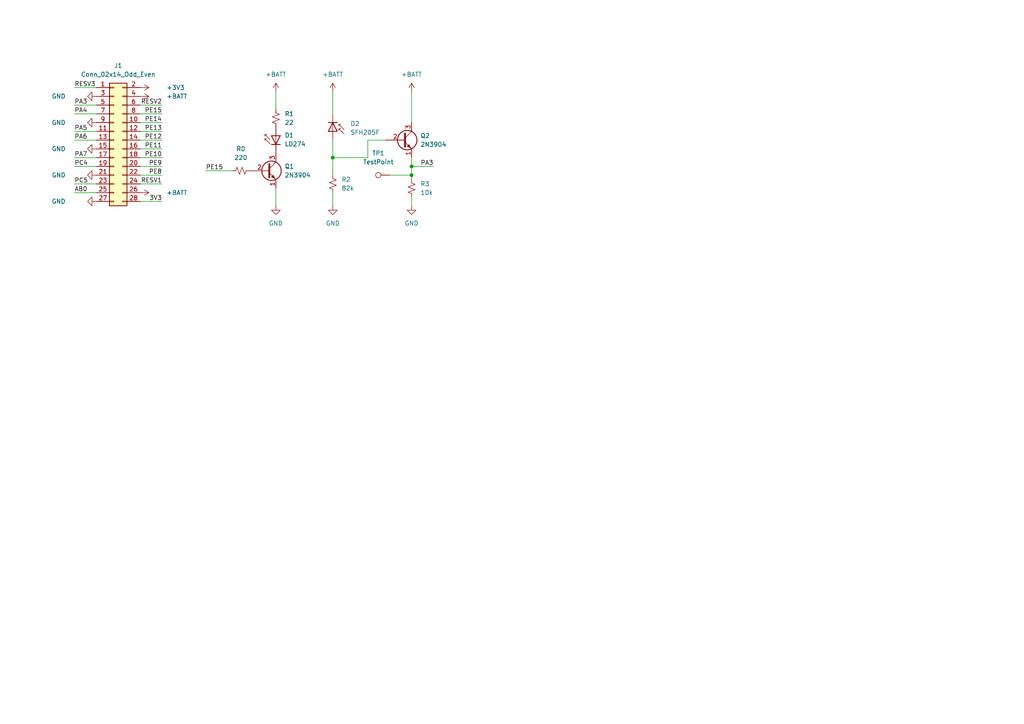
<source format=kicad_sch>
(kicad_sch (version 20211123) (generator eeschema)

  (uuid e63e39d7-6ac0-4ffd-8aa3-1841a4541b55)

  (paper "A4")

  (lib_symbols
    (symbol "Connector:TestPoint" (pin_numbers hide) (pin_names (offset 0.762) hide) (in_bom yes) (on_board yes)
      (property "Reference" "TP" (id 0) (at 0 6.858 0)
        (effects (font (size 1.27 1.27)))
      )
      (property "Value" "TestPoint" (id 1) (at 0 5.08 0)
        (effects (font (size 1.27 1.27)))
      )
      (property "Footprint" "" (id 2) (at 5.08 0 0)
        (effects (font (size 1.27 1.27)) hide)
      )
      (property "Datasheet" "~" (id 3) (at 5.08 0 0)
        (effects (font (size 1.27 1.27)) hide)
      )
      (property "ki_keywords" "test point tp" (id 4) (at 0 0 0)
        (effects (font (size 1.27 1.27)) hide)
      )
      (property "ki_description" "test point" (id 5) (at 0 0 0)
        (effects (font (size 1.27 1.27)) hide)
      )
      (property "ki_fp_filters" "Pin* Test*" (id 6) (at 0 0 0)
        (effects (font (size 1.27 1.27)) hide)
      )
      (symbol "TestPoint_0_1"
        (circle (center 0 3.302) (radius 0.762)
          (stroke (width 0) (type default) (color 0 0 0 0))
          (fill (type none))
        )
      )
      (symbol "TestPoint_1_1"
        (pin passive line (at 0 0 90) (length 2.54)
          (name "1" (effects (font (size 1.27 1.27))))
          (number "1" (effects (font (size 1.27 1.27))))
        )
      )
    )
    (symbol "Connector_Generic:Conn_02x14_Odd_Even" (pin_names (offset 1.016) hide) (in_bom yes) (on_board yes)
      (property "Reference" "J" (id 0) (at 1.27 17.78 0)
        (effects (font (size 1.27 1.27)))
      )
      (property "Value" "Conn_02x14_Odd_Even" (id 1) (at 1.27 -20.32 0)
        (effects (font (size 1.27 1.27)))
      )
      (property "Footprint" "" (id 2) (at 0 0 0)
        (effects (font (size 1.27 1.27)) hide)
      )
      (property "Datasheet" "~" (id 3) (at 0 0 0)
        (effects (font (size 1.27 1.27)) hide)
      )
      (property "ki_keywords" "connector" (id 4) (at 0 0 0)
        (effects (font (size 1.27 1.27)) hide)
      )
      (property "ki_description" "Generic connector, double row, 02x14, odd/even pin numbering scheme (row 1 odd numbers, row 2 even numbers), script generated (kicad-library-utils/schlib/autogen/connector/)" (id 5) (at 0 0 0)
        (effects (font (size 1.27 1.27)) hide)
      )
      (property "ki_fp_filters" "Connector*:*_2x??_*" (id 6) (at 0 0 0)
        (effects (font (size 1.27 1.27)) hide)
      )
      (symbol "Conn_02x14_Odd_Even_1_1"
        (rectangle (start -1.27 -17.653) (end 0 -17.907)
          (stroke (width 0.1524) (type default) (color 0 0 0 0))
          (fill (type none))
        )
        (rectangle (start -1.27 -15.113) (end 0 -15.367)
          (stroke (width 0.1524) (type default) (color 0 0 0 0))
          (fill (type none))
        )
        (rectangle (start -1.27 -12.573) (end 0 -12.827)
          (stroke (width 0.1524) (type default) (color 0 0 0 0))
          (fill (type none))
        )
        (rectangle (start -1.27 -10.033) (end 0 -10.287)
          (stroke (width 0.1524) (type default) (color 0 0 0 0))
          (fill (type none))
        )
        (rectangle (start -1.27 -7.493) (end 0 -7.747)
          (stroke (width 0.1524) (type default) (color 0 0 0 0))
          (fill (type none))
        )
        (rectangle (start -1.27 -4.953) (end 0 -5.207)
          (stroke (width 0.1524) (type default) (color 0 0 0 0))
          (fill (type none))
        )
        (rectangle (start -1.27 -2.413) (end 0 -2.667)
          (stroke (width 0.1524) (type default) (color 0 0 0 0))
          (fill (type none))
        )
        (rectangle (start -1.27 0.127) (end 0 -0.127)
          (stroke (width 0.1524) (type default) (color 0 0 0 0))
          (fill (type none))
        )
        (rectangle (start -1.27 2.667) (end 0 2.413)
          (stroke (width 0.1524) (type default) (color 0 0 0 0))
          (fill (type none))
        )
        (rectangle (start -1.27 5.207) (end 0 4.953)
          (stroke (width 0.1524) (type default) (color 0 0 0 0))
          (fill (type none))
        )
        (rectangle (start -1.27 7.747) (end 0 7.493)
          (stroke (width 0.1524) (type default) (color 0 0 0 0))
          (fill (type none))
        )
        (rectangle (start -1.27 10.287) (end 0 10.033)
          (stroke (width 0.1524) (type default) (color 0 0 0 0))
          (fill (type none))
        )
        (rectangle (start -1.27 12.827) (end 0 12.573)
          (stroke (width 0.1524) (type default) (color 0 0 0 0))
          (fill (type none))
        )
        (rectangle (start -1.27 15.367) (end 0 15.113)
          (stroke (width 0.1524) (type default) (color 0 0 0 0))
          (fill (type none))
        )
        (rectangle (start -1.27 16.51) (end 3.81 -19.05)
          (stroke (width 0.254) (type default) (color 0 0 0 0))
          (fill (type background))
        )
        (rectangle (start 3.81 -17.653) (end 2.54 -17.907)
          (stroke (width 0.1524) (type default) (color 0 0 0 0))
          (fill (type none))
        )
        (rectangle (start 3.81 -15.113) (end 2.54 -15.367)
          (stroke (width 0.1524) (type default) (color 0 0 0 0))
          (fill (type none))
        )
        (rectangle (start 3.81 -12.573) (end 2.54 -12.827)
          (stroke (width 0.1524) (type default) (color 0 0 0 0))
          (fill (type none))
        )
        (rectangle (start 3.81 -10.033) (end 2.54 -10.287)
          (stroke (width 0.1524) (type default) (color 0 0 0 0))
          (fill (type none))
        )
        (rectangle (start 3.81 -7.493) (end 2.54 -7.747)
          (stroke (width 0.1524) (type default) (color 0 0 0 0))
          (fill (type none))
        )
        (rectangle (start 3.81 -4.953) (end 2.54 -5.207)
          (stroke (width 0.1524) (type default) (color 0 0 0 0))
          (fill (type none))
        )
        (rectangle (start 3.81 -2.413) (end 2.54 -2.667)
          (stroke (width 0.1524) (type default) (color 0 0 0 0))
          (fill (type none))
        )
        (rectangle (start 3.81 0.127) (end 2.54 -0.127)
          (stroke (width 0.1524) (type default) (color 0 0 0 0))
          (fill (type none))
        )
        (rectangle (start 3.81 2.667) (end 2.54 2.413)
          (stroke (width 0.1524) (type default) (color 0 0 0 0))
          (fill (type none))
        )
        (rectangle (start 3.81 5.207) (end 2.54 4.953)
          (stroke (width 0.1524) (type default) (color 0 0 0 0))
          (fill (type none))
        )
        (rectangle (start 3.81 7.747) (end 2.54 7.493)
          (stroke (width 0.1524) (type default) (color 0 0 0 0))
          (fill (type none))
        )
        (rectangle (start 3.81 10.287) (end 2.54 10.033)
          (stroke (width 0.1524) (type default) (color 0 0 0 0))
          (fill (type none))
        )
        (rectangle (start 3.81 12.827) (end 2.54 12.573)
          (stroke (width 0.1524) (type default) (color 0 0 0 0))
          (fill (type none))
        )
        (rectangle (start 3.81 15.367) (end 2.54 15.113)
          (stroke (width 0.1524) (type default) (color 0 0 0 0))
          (fill (type none))
        )
        (pin passive line (at -5.08 15.24 0) (length 3.81)
          (name "Pin_1" (effects (font (size 1.27 1.27))))
          (number "1" (effects (font (size 1.27 1.27))))
        )
        (pin passive line (at 7.62 5.08 180) (length 3.81)
          (name "Pin_10" (effects (font (size 1.27 1.27))))
          (number "10" (effects (font (size 1.27 1.27))))
        )
        (pin passive line (at -5.08 2.54 0) (length 3.81)
          (name "Pin_11" (effects (font (size 1.27 1.27))))
          (number "11" (effects (font (size 1.27 1.27))))
        )
        (pin passive line (at 7.62 2.54 180) (length 3.81)
          (name "Pin_12" (effects (font (size 1.27 1.27))))
          (number "12" (effects (font (size 1.27 1.27))))
        )
        (pin passive line (at -5.08 0 0) (length 3.81)
          (name "Pin_13" (effects (font (size 1.27 1.27))))
          (number "13" (effects (font (size 1.27 1.27))))
        )
        (pin passive line (at 7.62 0 180) (length 3.81)
          (name "Pin_14" (effects (font (size 1.27 1.27))))
          (number "14" (effects (font (size 1.27 1.27))))
        )
        (pin passive line (at -5.08 -2.54 0) (length 3.81)
          (name "Pin_15" (effects (font (size 1.27 1.27))))
          (number "15" (effects (font (size 1.27 1.27))))
        )
        (pin passive line (at 7.62 -2.54 180) (length 3.81)
          (name "Pin_16" (effects (font (size 1.27 1.27))))
          (number "16" (effects (font (size 1.27 1.27))))
        )
        (pin passive line (at -5.08 -5.08 0) (length 3.81)
          (name "Pin_17" (effects (font (size 1.27 1.27))))
          (number "17" (effects (font (size 1.27 1.27))))
        )
        (pin passive line (at 7.62 -5.08 180) (length 3.81)
          (name "Pin_18" (effects (font (size 1.27 1.27))))
          (number "18" (effects (font (size 1.27 1.27))))
        )
        (pin passive line (at -5.08 -7.62 0) (length 3.81)
          (name "Pin_19" (effects (font (size 1.27 1.27))))
          (number "19" (effects (font (size 1.27 1.27))))
        )
        (pin passive line (at 7.62 15.24 180) (length 3.81)
          (name "Pin_2" (effects (font (size 1.27 1.27))))
          (number "2" (effects (font (size 1.27 1.27))))
        )
        (pin passive line (at 7.62 -7.62 180) (length 3.81)
          (name "Pin_20" (effects (font (size 1.27 1.27))))
          (number "20" (effects (font (size 1.27 1.27))))
        )
        (pin passive line (at -5.08 -10.16 0) (length 3.81)
          (name "Pin_21" (effects (font (size 1.27 1.27))))
          (number "21" (effects (font (size 1.27 1.27))))
        )
        (pin passive line (at 7.62 -10.16 180) (length 3.81)
          (name "Pin_22" (effects (font (size 1.27 1.27))))
          (number "22" (effects (font (size 1.27 1.27))))
        )
        (pin passive line (at -5.08 -12.7 0) (length 3.81)
          (name "Pin_23" (effects (font (size 1.27 1.27))))
          (number "23" (effects (font (size 1.27 1.27))))
        )
        (pin passive line (at 7.62 -12.7 180) (length 3.81)
          (name "Pin_24" (effects (font (size 1.27 1.27))))
          (number "24" (effects (font (size 1.27 1.27))))
        )
        (pin passive line (at -5.08 -15.24 0) (length 3.81)
          (name "Pin_25" (effects (font (size 1.27 1.27))))
          (number "25" (effects (font (size 1.27 1.27))))
        )
        (pin passive line (at 7.62 -15.24 180) (length 3.81)
          (name "Pin_26" (effects (font (size 1.27 1.27))))
          (number "26" (effects (font (size 1.27 1.27))))
        )
        (pin passive line (at -5.08 -17.78 0) (length 3.81)
          (name "Pin_27" (effects (font (size 1.27 1.27))))
          (number "27" (effects (font (size 1.27 1.27))))
        )
        (pin passive line (at 7.62 -17.78 180) (length 3.81)
          (name "Pin_28" (effects (font (size 1.27 1.27))))
          (number "28" (effects (font (size 1.27 1.27))))
        )
        (pin passive line (at -5.08 12.7 0) (length 3.81)
          (name "Pin_3" (effects (font (size 1.27 1.27))))
          (number "3" (effects (font (size 1.27 1.27))))
        )
        (pin passive line (at 7.62 12.7 180) (length 3.81)
          (name "Pin_4" (effects (font (size 1.27 1.27))))
          (number "4" (effects (font (size 1.27 1.27))))
        )
        (pin passive line (at -5.08 10.16 0) (length 3.81)
          (name "Pin_5" (effects (font (size 1.27 1.27))))
          (number "5" (effects (font (size 1.27 1.27))))
        )
        (pin passive line (at 7.62 10.16 180) (length 3.81)
          (name "Pin_6" (effects (font (size 1.27 1.27))))
          (number "6" (effects (font (size 1.27 1.27))))
        )
        (pin passive line (at -5.08 7.62 0) (length 3.81)
          (name "Pin_7" (effects (font (size 1.27 1.27))))
          (number "7" (effects (font (size 1.27 1.27))))
        )
        (pin passive line (at 7.62 7.62 180) (length 3.81)
          (name "Pin_8" (effects (font (size 1.27 1.27))))
          (number "8" (effects (font (size 1.27 1.27))))
        )
        (pin passive line (at -5.08 5.08 0) (length 3.81)
          (name "Pin_9" (effects (font (size 1.27 1.27))))
          (number "9" (effects (font (size 1.27 1.27))))
        )
      )
    )
    (symbol "Device:D_Photo" (pin_numbers hide) (pin_names hide) (in_bom yes) (on_board yes)
      (property "Reference" "D" (id 0) (at 0.508 1.778 0)
        (effects (font (size 1.27 1.27)) (justify left))
      )
      (property "Value" "D_Photo" (id 1) (at -1.016 -2.794 0)
        (effects (font (size 1.27 1.27)))
      )
      (property "Footprint" "" (id 2) (at -1.27 0 0)
        (effects (font (size 1.27 1.27)) hide)
      )
      (property "Datasheet" "~" (id 3) (at -1.27 0 0)
        (effects (font (size 1.27 1.27)) hide)
      )
      (property "ki_keywords" "photodiode diode opto" (id 4) (at 0 0 0)
        (effects (font (size 1.27 1.27)) hide)
      )
      (property "ki_description" "Photodiode" (id 5) (at 0 0 0)
        (effects (font (size 1.27 1.27)) hide)
      )
      (symbol "D_Photo_0_1"
        (polyline
          (pts
            (xy -2.54 1.27)
            (xy -2.54 -1.27)
          )
          (stroke (width 0.254) (type default) (color 0 0 0 0))
          (fill (type none))
        )
        (polyline
          (pts
            (xy -2.032 1.778)
            (xy -1.524 1.778)
          )
          (stroke (width 0) (type default) (color 0 0 0 0))
          (fill (type none))
        )
        (polyline
          (pts
            (xy 0 0)
            (xy -2.54 0)
          )
          (stroke (width 0) (type default) (color 0 0 0 0))
          (fill (type none))
        )
        (polyline
          (pts
            (xy -0.508 3.302)
            (xy -2.032 1.778)
            (xy -2.032 2.286)
          )
          (stroke (width 0) (type default) (color 0 0 0 0))
          (fill (type none))
        )
        (polyline
          (pts
            (xy 0 -1.27)
            (xy 0 1.27)
            (xy -2.54 0)
            (xy 0 -1.27)
          )
          (stroke (width 0.254) (type default) (color 0 0 0 0))
          (fill (type none))
        )
        (polyline
          (pts
            (xy 0.762 3.302)
            (xy -0.762 1.778)
            (xy -0.762 2.286)
            (xy -0.762 1.778)
            (xy -0.254 1.778)
          )
          (stroke (width 0) (type default) (color 0 0 0 0))
          (fill (type none))
        )
      )
      (symbol "D_Photo_1_1"
        (pin passive line (at -5.08 0 0) (length 2.54)
          (name "K" (effects (font (size 1.27 1.27))))
          (number "1" (effects (font (size 1.27 1.27))))
        )
        (pin passive line (at 2.54 0 180) (length 2.54)
          (name "A" (effects (font (size 1.27 1.27))))
          (number "2" (effects (font (size 1.27 1.27))))
        )
      )
    )
    (symbol "Device:R_Small_US" (pin_numbers hide) (pin_names (offset 0.254) hide) (in_bom yes) (on_board yes)
      (property "Reference" "R" (id 0) (at 0.762 0.508 0)
        (effects (font (size 1.27 1.27)) (justify left))
      )
      (property "Value" "R_Small_US" (id 1) (at 0.762 -1.016 0)
        (effects (font (size 1.27 1.27)) (justify left))
      )
      (property "Footprint" "" (id 2) (at 0 0 0)
        (effects (font (size 1.27 1.27)) hide)
      )
      (property "Datasheet" "~" (id 3) (at 0 0 0)
        (effects (font (size 1.27 1.27)) hide)
      )
      (property "ki_keywords" "r resistor" (id 4) (at 0 0 0)
        (effects (font (size 1.27 1.27)) hide)
      )
      (property "ki_description" "Resistor, small US symbol" (id 5) (at 0 0 0)
        (effects (font (size 1.27 1.27)) hide)
      )
      (property "ki_fp_filters" "R_*" (id 6) (at 0 0 0)
        (effects (font (size 1.27 1.27)) hide)
      )
      (symbol "R_Small_US_1_1"
        (polyline
          (pts
            (xy 0 0)
            (xy 1.016 -0.381)
            (xy 0 -0.762)
            (xy -1.016 -1.143)
            (xy 0 -1.524)
          )
          (stroke (width 0) (type default) (color 0 0 0 0))
          (fill (type none))
        )
        (polyline
          (pts
            (xy 0 1.524)
            (xy 1.016 1.143)
            (xy 0 0.762)
            (xy -1.016 0.381)
            (xy 0 0)
          )
          (stroke (width 0) (type default) (color 0 0 0 0))
          (fill (type none))
        )
        (pin passive line (at 0 2.54 270) (length 1.016)
          (name "~" (effects (font (size 1.27 1.27))))
          (number "1" (effects (font (size 1.27 1.27))))
        )
        (pin passive line (at 0 -2.54 90) (length 1.016)
          (name "~" (effects (font (size 1.27 1.27))))
          (number "2" (effects (font (size 1.27 1.27))))
        )
      )
    )
    (symbol "LED:LD274" (pin_numbers hide) (pin_names (offset 1.016) hide) (in_bom yes) (on_board yes)
      (property "Reference" "D" (id 0) (at 0.508 1.778 0)
        (effects (font (size 1.27 1.27)) (justify left))
      )
      (property "Value" "LD274" (id 1) (at -1.016 -2.794 0)
        (effects (font (size 1.27 1.27)))
      )
      (property "Footprint" "LED_THT:LED_D5.0mm_IRGrey" (id 2) (at 0 4.445 0)
        (effects (font (size 1.27 1.27)) hide)
      )
      (property "Datasheet" "http://pdf.datasheetcatalog.com/datasheet/siemens/LD274.pdf" (id 3) (at -1.27 0 0)
        (effects (font (size 1.27 1.27)) hide)
      )
      (property "ki_keywords" "IR LED" (id 4) (at 0 0 0)
        (effects (font (size 1.27 1.27)) hide)
      )
      (property "ki_description" "950nm IR-LED, 5mm" (id 5) (at 0 0 0)
        (effects (font (size 1.27 1.27)) hide)
      )
      (property "ki_fp_filters" "LED*5.0mm*IRGrey*" (id 6) (at 0 0 0)
        (effects (font (size 1.27 1.27)) hide)
      )
      (symbol "LD274_0_1"
        (polyline
          (pts
            (xy -2.54 1.27)
            (xy -2.54 -1.27)
          )
          (stroke (width 0.254) (type default) (color 0 0 0 0))
          (fill (type none))
        )
        (polyline
          (pts
            (xy 0 0)
            (xy -2.54 0)
          )
          (stroke (width 0) (type default) (color 0 0 0 0))
          (fill (type none))
        )
        (polyline
          (pts
            (xy 0.381 3.175)
            (xy -0.127 3.175)
          )
          (stroke (width 0) (type default) (color 0 0 0 0))
          (fill (type none))
        )
        (polyline
          (pts
            (xy -1.143 1.651)
            (xy 0.381 3.175)
            (xy 0.381 2.667)
          )
          (stroke (width 0) (type default) (color 0 0 0 0))
          (fill (type none))
        )
        (polyline
          (pts
            (xy 0 -1.27)
            (xy -2.54 0)
            (xy 0 1.27)
            (xy 0 -1.27)
          )
          (stroke (width 0.254) (type default) (color 0 0 0 0))
          (fill (type none))
        )
        (polyline
          (pts
            (xy -2.413 1.651)
            (xy -0.889 3.175)
            (xy -0.889 2.667)
            (xy -0.889 3.175)
            (xy -1.397 3.175)
          )
          (stroke (width 0) (type default) (color 0 0 0 0))
          (fill (type none))
        )
      )
      (symbol "LD274_1_1"
        (pin passive line (at -5.08 0 0) (length 2.54)
          (name "K" (effects (font (size 1.27 1.27))))
          (number "1" (effects (font (size 1.27 1.27))))
        )
        (pin passive line (at 2.54 0 180) (length 2.54)
          (name "A" (effects (font (size 1.27 1.27))))
          (number "2" (effects (font (size 1.27 1.27))))
        )
      )
    )
    (symbol "Transistor_BJT:2N3904" (pin_names (offset 0) hide) (in_bom yes) (on_board yes)
      (property "Reference" "Q" (id 0) (at 5.08 1.905 0)
        (effects (font (size 1.27 1.27)) (justify left))
      )
      (property "Value" "2N3904" (id 1) (at 5.08 0 0)
        (effects (font (size 1.27 1.27)) (justify left))
      )
      (property "Footprint" "Package_TO_SOT_THT:TO-92_Inline" (id 2) (at 5.08 -1.905 0)
        (effects (font (size 1.27 1.27) italic) (justify left) hide)
      )
      (property "Datasheet" "https://www.onsemi.com/pub/Collateral/2N3903-D.PDF" (id 3) (at 0 0 0)
        (effects (font (size 1.27 1.27)) (justify left) hide)
      )
      (property "ki_keywords" "NPN Transistor" (id 4) (at 0 0 0)
        (effects (font (size 1.27 1.27)) hide)
      )
      (property "ki_description" "0.2A Ic, 40V Vce, Small Signal NPN Transistor, TO-92" (id 5) (at 0 0 0)
        (effects (font (size 1.27 1.27)) hide)
      )
      (property "ki_fp_filters" "TO?92*" (id 6) (at 0 0 0)
        (effects (font (size 1.27 1.27)) hide)
      )
      (symbol "2N3904_0_1"
        (polyline
          (pts
            (xy 0.635 0.635)
            (xy 2.54 2.54)
          )
          (stroke (width 0) (type default) (color 0 0 0 0))
          (fill (type none))
        )
        (polyline
          (pts
            (xy 0.635 -0.635)
            (xy 2.54 -2.54)
            (xy 2.54 -2.54)
          )
          (stroke (width 0) (type default) (color 0 0 0 0))
          (fill (type none))
        )
        (polyline
          (pts
            (xy 0.635 1.905)
            (xy 0.635 -1.905)
            (xy 0.635 -1.905)
          )
          (stroke (width 0.508) (type default) (color 0 0 0 0))
          (fill (type none))
        )
        (polyline
          (pts
            (xy 1.27 -1.778)
            (xy 1.778 -1.27)
            (xy 2.286 -2.286)
            (xy 1.27 -1.778)
            (xy 1.27 -1.778)
          )
          (stroke (width 0) (type default) (color 0 0 0 0))
          (fill (type outline))
        )
        (circle (center 1.27 0) (radius 2.8194)
          (stroke (width 0.254) (type default) (color 0 0 0 0))
          (fill (type none))
        )
      )
      (symbol "2N3904_1_1"
        (pin passive line (at 2.54 -5.08 90) (length 2.54)
          (name "E" (effects (font (size 1.27 1.27))))
          (number "1" (effects (font (size 1.27 1.27))))
        )
        (pin passive line (at -5.08 0 0) (length 5.715)
          (name "B" (effects (font (size 1.27 1.27))))
          (number "2" (effects (font (size 1.27 1.27))))
        )
        (pin passive line (at 2.54 5.08 270) (length 2.54)
          (name "C" (effects (font (size 1.27 1.27))))
          (number "3" (effects (font (size 1.27 1.27))))
        )
      )
    )
    (symbol "power:+3V3" (power) (pin_names (offset 0)) (in_bom yes) (on_board yes)
      (property "Reference" "#PWR" (id 0) (at 0 -3.81 0)
        (effects (font (size 1.27 1.27)) hide)
      )
      (property "Value" "+3V3" (id 1) (at 0 3.556 0)
        (effects (font (size 1.27 1.27)))
      )
      (property "Footprint" "" (id 2) (at 0 0 0)
        (effects (font (size 1.27 1.27)) hide)
      )
      (property "Datasheet" "" (id 3) (at 0 0 0)
        (effects (font (size 1.27 1.27)) hide)
      )
      (property "ki_keywords" "power-flag" (id 4) (at 0 0 0)
        (effects (font (size 1.27 1.27)) hide)
      )
      (property "ki_description" "Power symbol creates a global label with name \"+3V3\"" (id 5) (at 0 0 0)
        (effects (font (size 1.27 1.27)) hide)
      )
      (symbol "+3V3_0_1"
        (polyline
          (pts
            (xy -0.762 1.27)
            (xy 0 2.54)
          )
          (stroke (width 0) (type default) (color 0 0 0 0))
          (fill (type none))
        )
        (polyline
          (pts
            (xy 0 0)
            (xy 0 2.54)
          )
          (stroke (width 0) (type default) (color 0 0 0 0))
          (fill (type none))
        )
        (polyline
          (pts
            (xy 0 2.54)
            (xy 0.762 1.27)
          )
          (stroke (width 0) (type default) (color 0 0 0 0))
          (fill (type none))
        )
      )
      (symbol "+3V3_1_1"
        (pin power_in line (at 0 0 90) (length 0) hide
          (name "+3V3" (effects (font (size 1.27 1.27))))
          (number "1" (effects (font (size 1.27 1.27))))
        )
      )
    )
    (symbol "power:+BATT" (power) (pin_names (offset 0)) (in_bom yes) (on_board yes)
      (property "Reference" "#PWR" (id 0) (at 0 -3.81 0)
        (effects (font (size 1.27 1.27)) hide)
      )
      (property "Value" "+BATT" (id 1) (at 0 3.556 0)
        (effects (font (size 1.27 1.27)))
      )
      (property "Footprint" "" (id 2) (at 0 0 0)
        (effects (font (size 1.27 1.27)) hide)
      )
      (property "Datasheet" "" (id 3) (at 0 0 0)
        (effects (font (size 1.27 1.27)) hide)
      )
      (property "ki_keywords" "power-flag battery" (id 4) (at 0 0 0)
        (effects (font (size 1.27 1.27)) hide)
      )
      (property "ki_description" "Power symbol creates a global label with name \"+BATT\"" (id 5) (at 0 0 0)
        (effects (font (size 1.27 1.27)) hide)
      )
      (symbol "+BATT_0_1"
        (polyline
          (pts
            (xy -0.762 1.27)
            (xy 0 2.54)
          )
          (stroke (width 0) (type default) (color 0 0 0 0))
          (fill (type none))
        )
        (polyline
          (pts
            (xy 0 0)
            (xy 0 2.54)
          )
          (stroke (width 0) (type default) (color 0 0 0 0))
          (fill (type none))
        )
        (polyline
          (pts
            (xy 0 2.54)
            (xy 0.762 1.27)
          )
          (stroke (width 0) (type default) (color 0 0 0 0))
          (fill (type none))
        )
      )
      (symbol "+BATT_1_1"
        (pin power_in line (at 0 0 90) (length 0) hide
          (name "+BATT" (effects (font (size 1.27 1.27))))
          (number "1" (effects (font (size 1.27 1.27))))
        )
      )
    )
    (symbol "power:GND" (power) (pin_names (offset 0)) (in_bom yes) (on_board yes)
      (property "Reference" "#PWR" (id 0) (at 0 -6.35 0)
        (effects (font (size 1.27 1.27)) hide)
      )
      (property "Value" "GND" (id 1) (at 0 -3.81 0)
        (effects (font (size 1.27 1.27)))
      )
      (property "Footprint" "" (id 2) (at 0 0 0)
        (effects (font (size 1.27 1.27)) hide)
      )
      (property "Datasheet" "" (id 3) (at 0 0 0)
        (effects (font (size 1.27 1.27)) hide)
      )
      (property "ki_keywords" "power-flag" (id 4) (at 0 0 0)
        (effects (font (size 1.27 1.27)) hide)
      )
      (property "ki_description" "Power symbol creates a global label with name \"GND\" , ground" (id 5) (at 0 0 0)
        (effects (font (size 1.27 1.27)) hide)
      )
      (symbol "GND_0_1"
        (polyline
          (pts
            (xy 0 0)
            (xy 0 -1.27)
            (xy 1.27 -1.27)
            (xy 0 -2.54)
            (xy -1.27 -1.27)
            (xy 0 -1.27)
          )
          (stroke (width 0) (type default) (color 0 0 0 0))
          (fill (type none))
        )
      )
      (symbol "GND_1_1"
        (pin power_in line (at 0 0 270) (length 0) hide
          (name "GND" (effects (font (size 1.27 1.27))))
          (number "1" (effects (font (size 1.27 1.27))))
        )
      )
    )
  )


  (junction (at 119.38 48.26) (diameter 0) (color 0 0 0 0)
    (uuid 2f57737e-3c2b-4bb7-96d8-29dc2341ab27)
  )
  (junction (at 96.52 45.72) (diameter 0) (color 0 0 0 0)
    (uuid 33b1b7cd-3456-4f91-8ee7-c00b9b69a05d)
  )
  (junction (at 119.38 50.8) (diameter 0) (color 0 0 0 0)
    (uuid d97e491e-6d45-4acb-a053-c132fac4bee7)
  )

  (wire (pts (xy 113.03 50.8) (xy 119.38 50.8))
    (stroke (width 0) (type default) (color 0 0 0 0))
    (uuid 01b19fda-43d2-432a-aa3a-04269984bf78)
  )
  (wire (pts (xy 96.52 40.64) (xy 96.52 45.72))
    (stroke (width 0) (type default) (color 0 0 0 0))
    (uuid 0ad40637-60e8-47d2-b2e6-8eb9349463fb)
  )
  (wire (pts (xy 21.59 48.26) (xy 27.94 48.26))
    (stroke (width 0) (type default) (color 0 0 0 0))
    (uuid 0e4b09a5-f949-4bf3-876d-f353032128f9)
  )
  (wire (pts (xy 40.64 58.42) (xy 46.99 58.42))
    (stroke (width 0) (type default) (color 0 0 0 0))
    (uuid 1d1d0929-f7b4-4fe9-ac52-ab1910a6bd9f)
  )
  (wire (pts (xy 96.52 45.72) (xy 106.68 45.72))
    (stroke (width 0) (type default) (color 0 0 0 0))
    (uuid 1fb37775-4c08-415d-8d9b-8e7c717be138)
  )
  (wire (pts (xy 119.38 26.67) (xy 119.38 35.56))
    (stroke (width 0) (type default) (color 0 0 0 0))
    (uuid 339d84b2-e9a0-46f1-ae74-dbfa54e7a05e)
  )
  (wire (pts (xy 40.64 30.48) (xy 46.99 30.48))
    (stroke (width 0) (type default) (color 0 0 0 0))
    (uuid 39879d0f-8462-47fe-b2b0-251681c037b2)
  )
  (wire (pts (xy 40.64 35.56) (xy 46.99 35.56))
    (stroke (width 0) (type default) (color 0 0 0 0))
    (uuid 39c36ac4-a2f1-4441-9a8c-94edb8489313)
  )
  (wire (pts (xy 21.59 33.02) (xy 27.94 33.02))
    (stroke (width 0) (type default) (color 0 0 0 0))
    (uuid 39dec40c-70a9-4532-9cad-879dfc0a7795)
  )
  (wire (pts (xy 21.59 40.64) (xy 27.94 40.64))
    (stroke (width 0) (type default) (color 0 0 0 0))
    (uuid 453412d6-1f1f-45b1-bc94-ef93553789f7)
  )
  (wire (pts (xy 40.64 38.1) (xy 46.99 38.1))
    (stroke (width 0) (type default) (color 0 0 0 0))
    (uuid 550dc1a5-bce7-4165-a110-f8b9e6cbc0f2)
  )
  (wire (pts (xy 40.64 53.34) (xy 46.99 53.34))
    (stroke (width 0) (type default) (color 0 0 0 0))
    (uuid 55cc7284-4a2d-4355-8cd1-278c24f0639b)
  )
  (wire (pts (xy 21.59 53.34) (xy 27.94 53.34))
    (stroke (width 0) (type default) (color 0 0 0 0))
    (uuid 67d9f6a2-ca05-4e00-8dc4-cae9ad852c39)
  )
  (wire (pts (xy 59.69 49.53) (xy 67.31 49.53))
    (stroke (width 0) (type default) (color 0 0 0 0))
    (uuid 69b94860-24f5-4340-801c-3f418099360d)
  )
  (wire (pts (xy 40.64 50.8) (xy 46.99 50.8))
    (stroke (width 0) (type default) (color 0 0 0 0))
    (uuid 6d0a08c9-9308-4465-b3e5-224b0e2c9854)
  )
  (wire (pts (xy 119.38 50.8) (xy 119.38 52.07))
    (stroke (width 0) (type default) (color 0 0 0 0))
    (uuid 760bb39b-c7f1-410f-9e4d-5e533f59d834)
  )
  (wire (pts (xy 119.38 57.15) (xy 119.38 59.69))
    (stroke (width 0) (type default) (color 0 0 0 0))
    (uuid 77750e76-2bd4-428b-955e-304b0af24f24)
  )
  (wire (pts (xy 106.68 40.64) (xy 106.68 45.72))
    (stroke (width 0) (type default) (color 0 0 0 0))
    (uuid 7a292843-4600-48fe-8786-56de89c57d99)
  )
  (wire (pts (xy 21.59 30.48) (xy 27.94 30.48))
    (stroke (width 0) (type default) (color 0 0 0 0))
    (uuid 8424a0cf-5de2-4b16-8a4e-cfa66695b3c0)
  )
  (wire (pts (xy 111.76 40.64) (xy 106.68 40.64))
    (stroke (width 0) (type default) (color 0 0 0 0))
    (uuid 85a8e000-918b-4d00-9459-57ad9cb75dca)
  )
  (wire (pts (xy 119.38 48.26) (xy 119.38 50.8))
    (stroke (width 0) (type default) (color 0 0 0 0))
    (uuid 899ea10c-1bc1-40ae-bafc-34d81fe3c277)
  )
  (wire (pts (xy 119.38 48.26) (xy 125.73 48.26))
    (stroke (width 0) (type default) (color 0 0 0 0))
    (uuid 8cf2d91c-00a7-4a64-984f-88ac780c0918)
  )
  (wire (pts (xy 96.52 45.72) (xy 96.52 50.8))
    (stroke (width 0) (type default) (color 0 0 0 0))
    (uuid 8db049fd-0a51-4596-9f7d-3e4fe6625f1d)
  )
  (wire (pts (xy 21.59 25.4) (xy 27.94 25.4))
    (stroke (width 0) (type default) (color 0 0 0 0))
    (uuid 917ad17f-a230-4871-850f-4d2561d919e3)
  )
  (wire (pts (xy 21.59 38.1) (xy 27.94 38.1))
    (stroke (width 0) (type default) (color 0 0 0 0))
    (uuid 93b83f08-7c55-48a1-b097-5772e73be9bf)
  )
  (wire (pts (xy 40.64 48.26) (xy 46.99 48.26))
    (stroke (width 0) (type default) (color 0 0 0 0))
    (uuid 9638ac6e-ba16-42ba-9b8a-58c3a5ef4490)
  )
  (wire (pts (xy 119.38 45.72) (xy 119.38 48.26))
    (stroke (width 0) (type default) (color 0 0 0 0))
    (uuid a60abdd7-a305-4678-83ef-070a81f3b8c8)
  )
  (wire (pts (xy 80.01 54.61) (xy 80.01 59.69))
    (stroke (width 0) (type default) (color 0 0 0 0))
    (uuid bad512d6-9f0a-43e4-afbb-8b13547babdd)
  )
  (wire (pts (xy 40.64 43.18) (xy 46.99 43.18))
    (stroke (width 0) (type default) (color 0 0 0 0))
    (uuid c6f817c8-dc46-47b1-adad-a6002f5591f3)
  )
  (wire (pts (xy 40.64 33.02) (xy 46.99 33.02))
    (stroke (width 0) (type default) (color 0 0 0 0))
    (uuid cac9b38d-17de-40b7-85e1-fb11c8dd8ab6)
  )
  (wire (pts (xy 40.64 45.72) (xy 46.99 45.72))
    (stroke (width 0) (type default) (color 0 0 0 0))
    (uuid cafaf78e-6176-4fa3-868f-3fb942a00e50)
  )
  (wire (pts (xy 40.64 40.64) (xy 46.99 40.64))
    (stroke (width 0) (type default) (color 0 0 0 0))
    (uuid db3726c7-8128-4ac7-8143-103fc23d1310)
  )
  (wire (pts (xy 96.52 55.88) (xy 96.52 59.69))
    (stroke (width 0) (type default) (color 0 0 0 0))
    (uuid dc2cb1f0-0995-412f-bd24-a2d142b0538f)
  )
  (wire (pts (xy 21.59 45.72) (xy 27.94 45.72))
    (stroke (width 0) (type default) (color 0 0 0 0))
    (uuid dc7c0701-fac0-4a8d-9d1c-3924f62ed188)
  )
  (wire (pts (xy 96.52 33.02) (xy 96.52 26.67))
    (stroke (width 0) (type default) (color 0 0 0 0))
    (uuid dd31d462-3b10-44e5-9981-56928aa210a7)
  )
  (wire (pts (xy 21.59 55.88) (xy 27.94 55.88))
    (stroke (width 0) (type default) (color 0 0 0 0))
    (uuid e8a7986c-71a8-468c-a6ac-06b7082ef002)
  )
  (wire (pts (xy 80.01 26.67) (xy 80.01 31.75))
    (stroke (width 0) (type default) (color 0 0 0 0))
    (uuid f4952b74-08ea-41d2-a6af-60f03d2e6849)
  )

  (label "PE12" (at 46.99 40.64 180)
    (effects (font (size 1.27 1.27)) (justify right bottom))
    (uuid 0e942bf0-c80b-4934-b8aa-b9f4df896a07)
  )
  (label "RESV3" (at 21.59 25.4 0)
    (effects (font (size 1.27 1.27)) (justify left bottom))
    (uuid 1096cd0b-cef5-480f-9827-741b8877e8a9)
  )
  (label "PA7" (at 21.59 45.72 0)
    (effects (font (size 1.27 1.27)) (justify left bottom))
    (uuid 30545fdc-87b9-45fe-a785-dd37be7ecee7)
  )
  (label "PE15" (at 46.99 33.02 180)
    (effects (font (size 1.27 1.27)) (justify right bottom))
    (uuid 49fed9f8-9857-42b6-b123-71b337fcd5b1)
  )
  (label "PA3" (at 125.73 48.26 180)
    (effects (font (size 1.27 1.27)) (justify right bottom))
    (uuid 4b6bf893-5917-46b8-ae72-357dfe513575)
  )
  (label "RESV1" (at 46.99 53.34 180)
    (effects (font (size 1.27 1.27)) (justify right bottom))
    (uuid 4bcdd27e-2ba5-4aea-a92a-13dad183bc18)
  )
  (label "PC5" (at 21.59 53.34 0)
    (effects (font (size 1.27 1.27)) (justify left bottom))
    (uuid 637f8583-ae03-4f0a-9472-e9951ad41215)
  )
  (label "PA5" (at 21.59 38.1 0)
    (effects (font (size 1.27 1.27)) (justify left bottom))
    (uuid 661117c7-ca52-4838-939a-68efbd1946e7)
  )
  (label "3V3" (at 46.99 58.42 180)
    (effects (font (size 1.27 1.27)) (justify right bottom))
    (uuid 67adf27e-9f51-4b56-80cf-8a13651576a2)
  )
  (label "AB0" (at 21.59 55.88 0)
    (effects (font (size 1.27 1.27)) (justify left bottom))
    (uuid 8c12a43e-ca88-426d-b46b-34b5332a9e69)
  )
  (label "PA6" (at 21.59 40.64 0)
    (effects (font (size 1.27 1.27)) (justify left bottom))
    (uuid 8e3fed8f-7832-4524-ad56-e48ad66ccff7)
  )
  (label "PE8" (at 46.99 50.8 180)
    (effects (font (size 1.27 1.27)) (justify right bottom))
    (uuid 978a5419-a028-4cd7-8ab4-1f4a80a27301)
  )
  (label "PE11" (at 46.99 43.18 180)
    (effects (font (size 1.27 1.27)) (justify right bottom))
    (uuid 97f4f0d1-c6ef-4713-ae43-c325df525d3e)
  )
  (label "PE14" (at 46.99 35.56 180)
    (effects (font (size 1.27 1.27)) (justify right bottom))
    (uuid 9bec4732-441d-4ca7-9104-88402b88885a)
  )
  (label "PE9" (at 46.99 48.26 180)
    (effects (font (size 1.27 1.27)) (justify right bottom))
    (uuid 9fa907f8-645e-4b41-86cc-8f22177b47d0)
  )
  (label "RESV2" (at 46.99 30.48 180)
    (effects (font (size 1.27 1.27)) (justify right bottom))
    (uuid a07cea1b-0bb3-40d7-8dba-3654040886a0)
  )
  (label "PE13" (at 46.99 38.1 180)
    (effects (font (size 1.27 1.27)) (justify right bottom))
    (uuid c71240bd-731d-4204-a0e6-ad346ba8b9b8)
  )
  (label "PA4" (at 21.59 33.02 0)
    (effects (font (size 1.27 1.27)) (justify left bottom))
    (uuid d8a93cbd-5e2a-40f6-a972-c67f0c9e4770)
  )
  (label "PC4" (at 21.59 48.26 0)
    (effects (font (size 1.27 1.27)) (justify left bottom))
    (uuid d9677047-8b12-4bbc-899c-20aa9459a509)
  )
  (label "PE15" (at 59.69 49.53 0)
    (effects (font (size 1.27 1.27)) (justify left bottom))
    (uuid e4308807-ce7a-4506-943d-afe25bc9fc46)
  )
  (label "PE10" (at 46.99 45.72 180)
    (effects (font (size 1.27 1.27)) (justify right bottom))
    (uuid ec7f7942-3018-45b2-827b-f11141cec567)
  )
  (label "PA3" (at 21.59 30.48 0)
    (effects (font (size 1.27 1.27)) (justify left bottom))
    (uuid ff1e5816-afca-48d6-aa20-bfe4b97912ba)
  )

  (symbol (lib_id "power:GND") (at 119.38 59.69 0) (unit 1)
    (in_bom yes) (on_board yes) (fields_autoplaced)
    (uuid 01f878b5-373e-4dec-8b04-a93f316af96a)
    (property "Reference" "#PWR0101" (id 0) (at 119.38 66.04 0)
      (effects (font (size 1.27 1.27)) hide)
    )
    (property "Value" "GND" (id 1) (at 119.38 64.77 0))
    (property "Footprint" "" (id 2) (at 119.38 59.69 0)
      (effects (font (size 1.27 1.27)) hide)
    )
    (property "Datasheet" "" (id 3) (at 119.38 59.69 0)
      (effects (font (size 1.27 1.27)) hide)
    )
    (pin "1" (uuid f4a08f9d-11e6-41de-be3c-8fc35827c9e9))
  )

  (symbol (lib_id "power:GND") (at 96.52 59.69 0) (unit 1)
    (in_bom yes) (on_board yes) (fields_autoplaced)
    (uuid 17e34381-ddeb-4201-a7a7-5387f4497d60)
    (property "Reference" "#PWR0120" (id 0) (at 96.52 66.04 0)
      (effects (font (size 1.27 1.27)) hide)
    )
    (property "Value" "GND" (id 1) (at 96.52 64.77 0))
    (property "Footprint" "" (id 2) (at 96.52 59.69 0)
      (effects (font (size 1.27 1.27)) hide)
    )
    (property "Datasheet" "" (id 3) (at 96.52 59.69 0)
      (effects (font (size 1.27 1.27)) hide)
    )
    (pin "1" (uuid 3c871361-571b-42a4-98fe-bd14e7778048))
  )

  (symbol (lib_id "Device:R_Small_US") (at 69.85 49.53 90) (unit 1)
    (in_bom yes) (on_board yes) (fields_autoplaced)
    (uuid 22baef4f-0ead-41bc-9e9d-f5f3a42d391c)
    (property "Reference" "R0" (id 0) (at 69.85 43.18 90))
    (property "Value" "" (id 1) (at 69.85 45.72 90))
    (property "Footprint" "" (id 2) (at 69.85 49.53 0)
      (effects (font (size 1.27 1.27)) hide)
    )
    (property "Datasheet" "~" (id 3) (at 69.85 49.53 0)
      (effects (font (size 1.27 1.27)) hide)
    )
    (pin "1" (uuid e6c78476-8960-4c31-9045-72ffbb93f4ee))
    (pin "2" (uuid e67202c1-78d4-4781-a0c6-cbb7bbdd98da))
  )

  (symbol (lib_id "Connector_Generic:Conn_02x14_Odd_Even") (at 33.02 40.64 0) (unit 1)
    (in_bom yes) (on_board yes) (fields_autoplaced)
    (uuid 235f895d-5d13-4aec-8f1e-432fcb4f8179)
    (property "Reference" "J1" (id 0) (at 34.29 19.05 0))
    (property "Value" "" (id 1) (at 34.29 21.59 0))
    (property "Footprint" "" (id 2) (at 33.02 40.64 0)
      (effects (font (size 1.27 1.27)) hide)
    )
    (property "Datasheet" "~" (id 3) (at 33.02 40.64 0)
      (effects (font (size 1.27 1.27)) hide)
    )
    (pin "1" (uuid 5be68b80-7d23-4406-bdc3-81cd5dacc82c))
    (pin "10" (uuid 9a7ab479-1eb6-46f3-a92d-18bc87220fe8))
    (pin "11" (uuid 486ded9e-ff46-4591-9472-a18a5a91536d))
    (pin "12" (uuid 02374757-2b0f-4a03-8eab-b0db623b6960))
    (pin "13" (uuid b33df6b3-490f-4619-af8a-fb2fce84e607))
    (pin "14" (uuid 2332259d-1294-4538-8818-3065e38d8a6c))
    (pin "15" (uuid 7dff0a7f-556e-41c4-a1f8-c1ec48cc50f5))
    (pin "16" (uuid 24ce56d2-8f8f-47ef-9cdc-5ff096248fea))
    (pin "17" (uuid 09b0a758-f157-4381-96fa-8df855a1dc6a))
    (pin "18" (uuid 80ea4daf-af9b-47d9-93b4-259d091e97e3))
    (pin "19" (uuid 499ae03d-4b3f-4b14-b22f-f7aee8f854aa))
    (pin "2" (uuid 601be616-6d29-4d0e-a26b-667dcae379ea))
    (pin "20" (uuid e9013e4d-5ebb-4f92-9634-c3fd4d1db1ba))
    (pin "21" (uuid c4ff949f-a319-45c8-bcac-e45040c48df6))
    (pin "22" (uuid f849d8ec-c5f6-40f7-9e4a-2268a0876451))
    (pin "23" (uuid c4a634f5-827c-4c29-997c-3d2127dffec4))
    (pin "24" (uuid cc841064-25c4-4a83-b3cc-4e49fb6e5f52))
    (pin "25" (uuid 0d850052-7a63-47f0-bf7a-2b6979dc029e))
    (pin "26" (uuid 6c25b9a3-14ff-46c2-b6a1-0bd79085e5c2))
    (pin "27" (uuid f3900393-0786-43e4-a0d6-0304d28e5962))
    (pin "28" (uuid 33101c37-0607-4c87-99ae-9459deeb71c6))
    (pin "3" (uuid 210b3799-6b99-4f3c-b701-d9dc26784c27))
    (pin "4" (uuid f8629737-a8ba-40f0-a7cf-8a3f385ed142))
    (pin "5" (uuid 6fea7989-67ed-49c2-a1d7-2de229d65c87))
    (pin "6" (uuid 07e1f01a-ed7f-41cb-b64c-3fe1ada26cfe))
    (pin "7" (uuid 12748bc8-75b7-4b1e-a7a8-4d1e4a0afd58))
    (pin "8" (uuid f0cf16bc-cd1f-4536-b4ea-50365c0fb352))
    (pin "9" (uuid 831ee73d-18de-4e09-a131-6d6a47e26264))
  )

  (symbol (lib_id "power:GND") (at 80.01 59.69 0) (unit 1)
    (in_bom yes) (on_board yes) (fields_autoplaced)
    (uuid 2c614870-1924-4b2a-b7c0-24cbb81800fc)
    (property "Reference" "#PWR0119" (id 0) (at 80.01 66.04 0)
      (effects (font (size 1.27 1.27)) hide)
    )
    (property "Value" "" (id 1) (at 80.01 64.77 0))
    (property "Footprint" "" (id 2) (at 80.01 59.69 0)
      (effects (font (size 1.27 1.27)) hide)
    )
    (property "Datasheet" "" (id 3) (at 80.01 59.69 0)
      (effects (font (size 1.27 1.27)) hide)
    )
    (pin "1" (uuid 3e4d92ec-42d1-4eec-b9d6-2f54acf3f95f))
  )

  (symbol (lib_id "power:+BATT") (at 80.01 26.67 0) (unit 1)
    (in_bom yes) (on_board yes) (fields_autoplaced)
    (uuid 30270178-eae4-4357-938e-cda9ebe68457)
    (property "Reference" "#PWR0117" (id 0) (at 80.01 30.48 0)
      (effects (font (size 1.27 1.27)) hide)
    )
    (property "Value" "" (id 1) (at 80.01 21.59 0))
    (property "Footprint" "" (id 2) (at 80.01 26.67 0)
      (effects (font (size 1.27 1.27)) hide)
    )
    (property "Datasheet" "" (id 3) (at 80.01 26.67 0)
      (effects (font (size 1.27 1.27)) hide)
    )
    (pin "1" (uuid deb81508-91e5-4ace-bdb6-0cf5c62d1999))
  )

  (symbol (lib_id "power:+BATT") (at 119.38 26.67 0) (unit 1)
    (in_bom yes) (on_board yes) (fields_autoplaced)
    (uuid 3236e560-f3ec-4de0-ade4-394d3f9db366)
    (property "Reference" "#PWR0118" (id 0) (at 119.38 30.48 0)
      (effects (font (size 1.27 1.27)) hide)
    )
    (property "Value" "+BATT" (id 1) (at 119.38 21.59 0))
    (property "Footprint" "" (id 2) (at 119.38 26.67 0)
      (effects (font (size 1.27 1.27)) hide)
    )
    (property "Datasheet" "" (id 3) (at 119.38 26.67 0)
      (effects (font (size 1.27 1.27)) hide)
    )
    (pin "1" (uuid aaf7297c-cff1-4678-ae5d-ded8fb601d7d))
  )

  (symbol (lib_id "power:+BATT") (at 96.52 26.67 0) (unit 1)
    (in_bom yes) (on_board yes) (fields_autoplaced)
    (uuid 35ec7a11-71b2-4e3c-af66-1fbba80cdabd)
    (property "Reference" "#PWR0116" (id 0) (at 96.52 30.48 0)
      (effects (font (size 1.27 1.27)) hide)
    )
    (property "Value" "+BATT" (id 1) (at 96.52 21.59 0))
    (property "Footprint" "" (id 2) (at 96.52 26.67 0)
      (effects (font (size 1.27 1.27)) hide)
    )
    (property "Datasheet" "" (id 3) (at 96.52 26.67 0)
      (effects (font (size 1.27 1.27)) hide)
    )
    (pin "1" (uuid dbad4f0e-177d-4a5a-bb6c-f2aedc349917))
  )

  (symbol (lib_id "power:GND") (at 27.94 50.8 270) (unit 1)
    (in_bom yes) (on_board yes)
    (uuid 38385bb7-bbc8-43e3-b7f6-31499181c8ec)
    (property "Reference" "#PWR0126" (id 0) (at 21.59 50.8 0)
      (effects (font (size 1.27 1.27)) hide)
    )
    (property "Value" "GND" (id 1) (at 19.05 50.8 90)
      (effects (font (size 1.27 1.27)) (justify right))
    )
    (property "Footprint" "" (id 2) (at 27.94 50.8 0)
      (effects (font (size 1.27 1.27)) hide)
    )
    (property "Datasheet" "" (id 3) (at 27.94 50.8 0)
      (effects (font (size 1.27 1.27)) hide)
    )
    (pin "1" (uuid 18413acb-78a8-4103-9b91-afe25828377c))
  )

  (symbol (lib_id "Transistor_BJT:2N3904") (at 116.84 40.64 0) (unit 1)
    (in_bom yes) (on_board yes) (fields_autoplaced)
    (uuid 40244845-da99-49de-b0d8-cc52259711e0)
    (property "Reference" "Q2" (id 0) (at 121.92 39.3699 0)
      (effects (font (size 1.27 1.27)) (justify left))
    )
    (property "Value" "2N3904" (id 1) (at 121.92 41.9099 0)
      (effects (font (size 1.27 1.27)) (justify left))
    )
    (property "Footprint" "Package_TO_SOT_THT:TO-92_Inline" (id 2) (at 121.92 42.545 0)
      (effects (font (size 1.27 1.27) italic) (justify left) hide)
    )
    (property "Datasheet" "https://www.onsemi.com/pub/Collateral/2N3903-D.PDF" (id 3) (at 116.84 40.64 0)
      (effects (font (size 1.27 1.27)) (justify left) hide)
    )
    (pin "1" (uuid 27c428ab-b3d2-4d03-8359-9c9b0e8ad7d4))
    (pin "2" (uuid 033f18d3-e8e1-406c-943b-20552ce237a3))
    (pin "3" (uuid f40342bc-25e1-4aab-ada9-eaae5cdab96a))
  )

  (symbol (lib_id "Connector:TestPoint") (at 113.03 50.8 90) (unit 1)
    (in_bom yes) (on_board yes) (fields_autoplaced)
    (uuid 4add3421-7d68-4ea6-916a-d88280953d86)
    (property "Reference" "TP1" (id 0) (at 109.728 44.45 90))
    (property "Value" "" (id 1) (at 109.728 46.99 90))
    (property "Footprint" "" (id 2) (at 113.03 45.72 0)
      (effects (font (size 1.27 1.27)) hide)
    )
    (property "Datasheet" "~" (id 3) (at 113.03 45.72 0)
      (effects (font (size 1.27 1.27)) hide)
    )
    (pin "1" (uuid c1cec0fc-27de-49ff-9530-ceecb6ea7719))
  )

  (symbol (lib_id "LED:LD274") (at 80.01 39.37 90) (unit 1)
    (in_bom yes) (on_board yes) (fields_autoplaced)
    (uuid 4ba7349e-8a32-4c13-86c1-a89aa487f5c0)
    (property "Reference" "D1" (id 0) (at 82.55 39.2429 90)
      (effects (font (size 1.27 1.27)) (justify right))
    )
    (property "Value" "" (id 1) (at 82.55 41.7829 90)
      (effects (font (size 1.27 1.27)) (justify right))
    )
    (property "Footprint" "" (id 2) (at 75.565 39.37 0)
      (effects (font (size 1.27 1.27)) hide)
    )
    (property "Datasheet" "http://pdf.datasheetcatalog.com/datasheet/siemens/LD274.pdf" (id 3) (at 80.01 40.64 0)
      (effects (font (size 1.27 1.27)) hide)
    )
    (pin "1" (uuid a68e0b70-ab23-49ad-9a41-7a52b4980ecf))
    (pin "2" (uuid 4cf46580-1238-4144-ad2e-5829defe0af9))
  )

  (symbol (lib_id "power:+BATT") (at 40.64 55.88 270) (unit 1)
    (in_bom yes) (on_board yes)
    (uuid 5c315ed6-83d0-4daa-9eb6-8ee4a3000558)
    (property "Reference" "#PWR0123" (id 0) (at 36.83 55.88 0)
      (effects (font (size 1.27 1.27)) hide)
    )
    (property "Value" "+BATT" (id 1) (at 48.26 55.88 90)
      (effects (font (size 1.27 1.27)) (justify left))
    )
    (property "Footprint" "" (id 2) (at 40.64 55.88 0)
      (effects (font (size 1.27 1.27)) hide)
    )
    (property "Datasheet" "" (id 3) (at 40.64 55.88 0)
      (effects (font (size 1.27 1.27)) hide)
    )
    (pin "1" (uuid 4da00ac4-34a7-4259-bf7a-7a492c08dfae))
  )

  (symbol (lib_id "power:+3V3") (at 40.64 25.4 270) (unit 1)
    (in_bom yes) (on_board yes)
    (uuid 709a4daf-96b7-49d6-9f78-54d776178a69)
    (property "Reference" "#PWR0122" (id 0) (at 36.83 25.4 0)
      (effects (font (size 1.27 1.27)) hide)
    )
    (property "Value" "" (id 1) (at 48.26 25.4 90)
      (effects (font (size 1.27 1.27)) (justify left))
    )
    (property "Footprint" "" (id 2) (at 40.64 25.4 0)
      (effects (font (size 1.27 1.27)) hide)
    )
    (property "Datasheet" "" (id 3) (at 40.64 25.4 0)
      (effects (font (size 1.27 1.27)) hide)
    )
    (pin "1" (uuid ad0eb71d-6398-44c5-be7b-49a4ede06941))
  )

  (symbol (lib_id "Device:R_Small_US") (at 80.01 34.29 0) (unit 1)
    (in_bom yes) (on_board yes) (fields_autoplaced)
    (uuid 76728fad-b0fe-4e21-9986-3841968d2ceb)
    (property "Reference" "R1" (id 0) (at 82.55 33.0199 0)
      (effects (font (size 1.27 1.27)) (justify left))
    )
    (property "Value" "" (id 1) (at 82.55 35.5599 0)
      (effects (font (size 1.27 1.27)) (justify left))
    )
    (property "Footprint" "" (id 2) (at 80.01 34.29 0)
      (effects (font (size 1.27 1.27)) hide)
    )
    (property "Datasheet" "~" (id 3) (at 80.01 34.29 0)
      (effects (font (size 1.27 1.27)) hide)
    )
    (pin "1" (uuid 305a5c48-e619-4227-9549-9c60d0176edf))
    (pin "2" (uuid 87d7ecda-8908-45cd-bcd6-697cb5464c09))
  )

  (symbol (lib_id "power:GND") (at 27.94 43.18 270) (unit 1)
    (in_bom yes) (on_board yes)
    (uuid 7cfbd356-37d9-44a4-bdff-3a10704f0818)
    (property "Reference" "#PWR0125" (id 0) (at 21.59 43.18 0)
      (effects (font (size 1.27 1.27)) hide)
    )
    (property "Value" "GND" (id 1) (at 19.05 43.18 90)
      (effects (font (size 1.27 1.27)) (justify right))
    )
    (property "Footprint" "" (id 2) (at 27.94 43.18 0)
      (effects (font (size 1.27 1.27)) hide)
    )
    (property "Datasheet" "" (id 3) (at 27.94 43.18 0)
      (effects (font (size 1.27 1.27)) hide)
    )
    (pin "1" (uuid 0261e43c-8380-427d-ba79-312c5e199533))
  )

  (symbol (lib_id "Device:D_Photo") (at 96.52 38.1 270) (unit 1)
    (in_bom yes) (on_board yes) (fields_autoplaced)
    (uuid 7f0a5ce6-a5b6-4f0c-bc82-ed5a759f1b6a)
    (property "Reference" "D2" (id 0) (at 101.6 35.8774 90)
      (effects (font (size 1.27 1.27)) (justify left))
    )
    (property "Value" "" (id 1) (at 101.6 38.4174 90)
      (effects (font (size 1.27 1.27)) (justify left))
    )
    (property "Footprint" "" (id 2) (at 96.52 36.83 0)
      (effects (font (size 1.27 1.27)) hide)
    )
    (property "Datasheet" "~" (id 3) (at 96.52 36.83 0)
      (effects (font (size 1.27 1.27)) hide)
    )
    (pin "1" (uuid 41c455de-35c8-4ccf-9b84-9abd63537bbb))
    (pin "2" (uuid 759ff92b-b49f-4a10-b668-cc27f69bde7b))
  )

  (symbol (lib_id "power:+BATT") (at 40.64 27.94 270) (unit 1)
    (in_bom yes) (on_board yes)
    (uuid 830fe4a1-b907-474f-9caf-7acda3751d62)
    (property "Reference" "#PWR0121" (id 0) (at 36.83 27.94 0)
      (effects (font (size 1.27 1.27)) hide)
    )
    (property "Value" "" (id 1) (at 48.26 27.94 90)
      (effects (font (size 1.27 1.27)) (justify left))
    )
    (property "Footprint" "" (id 2) (at 40.64 27.94 0)
      (effects (font (size 1.27 1.27)) hide)
    )
    (property "Datasheet" "" (id 3) (at 40.64 27.94 0)
      (effects (font (size 1.27 1.27)) hide)
    )
    (pin "1" (uuid 308f66ba-f556-412e-a00a-5a4ab506671a))
  )

  (symbol (lib_id "Device:R_Small_US") (at 96.52 53.34 0) (unit 1)
    (in_bom yes) (on_board yes) (fields_autoplaced)
    (uuid 97ec9fa3-47c1-4860-a1c6-b74b139e065c)
    (property "Reference" "R2" (id 0) (at 99.06 52.0699 0)
      (effects (font (size 1.27 1.27)) (justify left))
    )
    (property "Value" "" (id 1) (at 99.06 54.6099 0)
      (effects (font (size 1.27 1.27)) (justify left))
    )
    (property "Footprint" "" (id 2) (at 96.52 53.34 0)
      (effects (font (size 1.27 1.27)) hide)
    )
    (property "Datasheet" "~" (id 3) (at 96.52 53.34 0)
      (effects (font (size 1.27 1.27)) hide)
    )
    (pin "1" (uuid 1ffd8523-4206-4791-a762-d6d54c0f2591))
    (pin "2" (uuid 7163385e-f2f9-4ad1-ab76-5ffb6ac6b217))
  )

  (symbol (lib_id "power:GND") (at 27.94 27.94 270) (unit 1)
    (in_bom yes) (on_board yes)
    (uuid ba87a633-cba7-47bc-b651-0654c92b3c45)
    (property "Reference" "#PWR0106" (id 0) (at 21.59 27.94 0)
      (effects (font (size 1.27 1.27)) hide)
    )
    (property "Value" "" (id 1) (at 19.05 27.94 90)
      (effects (font (size 1.27 1.27)) (justify right))
    )
    (property "Footprint" "" (id 2) (at 27.94 27.94 0)
      (effects (font (size 1.27 1.27)) hide)
    )
    (property "Datasheet" "" (id 3) (at 27.94 27.94 0)
      (effects (font (size 1.27 1.27)) hide)
    )
    (pin "1" (uuid daa2bf8b-4a53-4a4f-9c41-9a9794c9135b))
  )

  (symbol (lib_id "power:GND") (at 27.94 58.42 270) (unit 1)
    (in_bom yes) (on_board yes)
    (uuid c82d8cfd-ca76-4912-ab33-0d6306e54c3c)
    (property "Reference" "#PWR0124" (id 0) (at 21.59 58.42 0)
      (effects (font (size 1.27 1.27)) hide)
    )
    (property "Value" "GND" (id 1) (at 19.05 58.42 90)
      (effects (font (size 1.27 1.27)) (justify right))
    )
    (property "Footprint" "" (id 2) (at 27.94 58.42 0)
      (effects (font (size 1.27 1.27)) hide)
    )
    (property "Datasheet" "" (id 3) (at 27.94 58.42 0)
      (effects (font (size 1.27 1.27)) hide)
    )
    (pin "1" (uuid 6255b35a-76ed-4fc1-9c99-3db360442833))
  )

  (symbol (lib_id "Transistor_BJT:2N3904") (at 77.47 49.53 0) (unit 1)
    (in_bom yes) (on_board yes) (fields_autoplaced)
    (uuid ce488215-6110-4929-b382-30c6c014b91f)
    (property "Reference" "Q1" (id 0) (at 82.55 48.2599 0)
      (effects (font (size 1.27 1.27)) (justify left))
    )
    (property "Value" "" (id 1) (at 82.55 50.7999 0)
      (effects (font (size 1.27 1.27)) (justify left))
    )
    (property "Footprint" "" (id 2) (at 82.55 51.435 0)
      (effects (font (size 1.27 1.27) italic) (justify left) hide)
    )
    (property "Datasheet" "https://www.onsemi.com/pub/Collateral/2N3903-D.PDF" (id 3) (at 77.47 49.53 0)
      (effects (font (size 1.27 1.27)) (justify left) hide)
    )
    (pin "1" (uuid 08d4d8ad-4ff6-4801-a47e-66fd862d40b2))
    (pin "2" (uuid 25b0360b-c0cd-49bc-96d6-bdc0d8ca716c))
    (pin "3" (uuid 26930aff-a10e-4647-af70-992e922454fa))
  )

  (symbol (lib_id "Device:R_Small_US") (at 119.38 54.61 0) (unit 1)
    (in_bom yes) (on_board yes) (fields_autoplaced)
    (uuid f19866cf-e261-4dc4-8449-2e0a0ea84a3e)
    (property "Reference" "R3" (id 0) (at 121.92 53.3399 0)
      (effects (font (size 1.27 1.27)) (justify left))
    )
    (property "Value" "" (id 1) (at 121.92 55.8799 0)
      (effects (font (size 1.27 1.27)) (justify left))
    )
    (property "Footprint" "" (id 2) (at 119.38 54.61 0)
      (effects (font (size 1.27 1.27)) hide)
    )
    (property "Datasheet" "~" (id 3) (at 119.38 54.61 0)
      (effects (font (size 1.27 1.27)) hide)
    )
    (pin "1" (uuid b10474e7-6fdb-4d07-97d6-a0effcd30415))
    (pin "2" (uuid 05be9b65-576b-4a81-9c41-ca6c5092e622))
  )

  (symbol (lib_id "power:GND") (at 27.94 35.56 270) (unit 1)
    (in_bom yes) (on_board yes)
    (uuid fac3cf5a-0e8a-4ebe-a6ce-e403396dc867)
    (property "Reference" "#PWR0107" (id 0) (at 21.59 35.56 0)
      (effects (font (size 1.27 1.27)) hide)
    )
    (property "Value" "GND" (id 1) (at 19.05 35.56 90)
      (effects (font (size 1.27 1.27)) (justify right))
    )
    (property "Footprint" "" (id 2) (at 27.94 35.56 0)
      (effects (font (size 1.27 1.27)) hide)
    )
    (property "Datasheet" "" (id 3) (at 27.94 35.56 0)
      (effects (font (size 1.27 1.27)) hide)
    )
    (pin "1" (uuid 5c3ba700-6104-491d-b870-c5a836c09162))
  )

  (sheet_instances
    (path "/" (page "1"))
  )

  (symbol_instances
    (path "/01f878b5-373e-4dec-8b04-a93f316af96a"
      (reference "#PWR0101") (unit 1) (value "GND") (footprint "")
    )
    (path "/ba87a633-cba7-47bc-b651-0654c92b3c45"
      (reference "#PWR0106") (unit 1) (value "GND") (footprint "")
    )
    (path "/fac3cf5a-0e8a-4ebe-a6ce-e403396dc867"
      (reference "#PWR0107") (unit 1) (value "GND") (footprint "")
    )
    (path "/35ec7a11-71b2-4e3c-af66-1fbba80cdabd"
      (reference "#PWR0116") (unit 1) (value "+BATT") (footprint "")
    )
    (path "/30270178-eae4-4357-938e-cda9ebe68457"
      (reference "#PWR0117") (unit 1) (value "+BATT") (footprint "")
    )
    (path "/3236e560-f3ec-4de0-ade4-394d3f9db366"
      (reference "#PWR0118") (unit 1) (value "+BATT") (footprint "")
    )
    (path "/2c614870-1924-4b2a-b7c0-24cbb81800fc"
      (reference "#PWR0119") (unit 1) (value "GND") (footprint "")
    )
    (path "/17e34381-ddeb-4201-a7a7-5387f4497d60"
      (reference "#PWR0120") (unit 1) (value "GND") (footprint "")
    )
    (path "/830fe4a1-b907-474f-9caf-7acda3751d62"
      (reference "#PWR0121") (unit 1) (value "+BATT") (footprint "")
    )
    (path "/709a4daf-96b7-49d6-9f78-54d776178a69"
      (reference "#PWR0122") (unit 1) (value "+3V3") (footprint "")
    )
    (path "/5c315ed6-83d0-4daa-9eb6-8ee4a3000558"
      (reference "#PWR0123") (unit 1) (value "+BATT") (footprint "")
    )
    (path "/c82d8cfd-ca76-4912-ab33-0d6306e54c3c"
      (reference "#PWR0124") (unit 1) (value "GND") (footprint "")
    )
    (path "/7cfbd356-37d9-44a4-bdff-3a10704f0818"
      (reference "#PWR0125") (unit 1) (value "GND") (footprint "")
    )
    (path "/38385bb7-bbc8-43e3-b7f6-31499181c8ec"
      (reference "#PWR0126") (unit 1) (value "GND") (footprint "")
    )
    (path "/4ba7349e-8a32-4c13-86c1-a89aa487f5c0"
      (reference "D1") (unit 1) (value "LD274") (footprint "LED_THT:LED_D5.0mm_IRGrey")
    )
    (path "/7f0a5ce6-a5b6-4f0c-bc82-ed5a759f1b6a"
      (reference "D2") (unit 1) (value "SFH205F") (footprint "OptoDevice:Osram_SFH205")
    )
    (path "/235f895d-5d13-4aec-8f1e-432fcb4f8179"
      (reference "J1") (unit 1) (value "Conn_02x14_Odd_Even") (footprint "Connector_PinHeader_2.54mm:PinHeader_2x24_P2.54mm_Vertical")
    )
    (path "/ce488215-6110-4929-b382-30c6c014b91f"
      (reference "Q1") (unit 1) (value "2N3904") (footprint "Package_TO_SOT_THT:TO-92_Inline")
    )
    (path "/40244845-da99-49de-b0d8-cc52259711e0"
      (reference "Q2") (unit 1) (value "2N3904") (footprint "Package_TO_SOT_THT:TO-92_Inline")
    )
    (path "/22baef4f-0ead-41bc-9e9d-f5f3a42d391c"
      (reference "R0") (unit 1) (value "220") (footprint "Resistor_SMD:R_0201_0603Metric")
    )
    (path "/76728fad-b0fe-4e21-9986-3841968d2ceb"
      (reference "R1") (unit 1) (value "22") (footprint "Resistor_SMD:R_0201_0603Metric")
    )
    (path "/97ec9fa3-47c1-4860-a1c6-b74b139e065c"
      (reference "R2") (unit 1) (value "82k") (footprint "Resistor_SMD:R_0201_0603Metric")
    )
    (path "/f19866cf-e261-4dc4-8449-2e0a0ea84a3e"
      (reference "R3") (unit 1) (value "10k") (footprint "Resistor_SMD:R_0201_0603Metric")
    )
    (path "/4add3421-7d68-4ea6-916a-d88280953d86"
      (reference "TP1") (unit 1) (value "TestPoint") (footprint "TestPoint:TestPoint_Pad_4.0x4.0mm")
    )
  )
)

</source>
